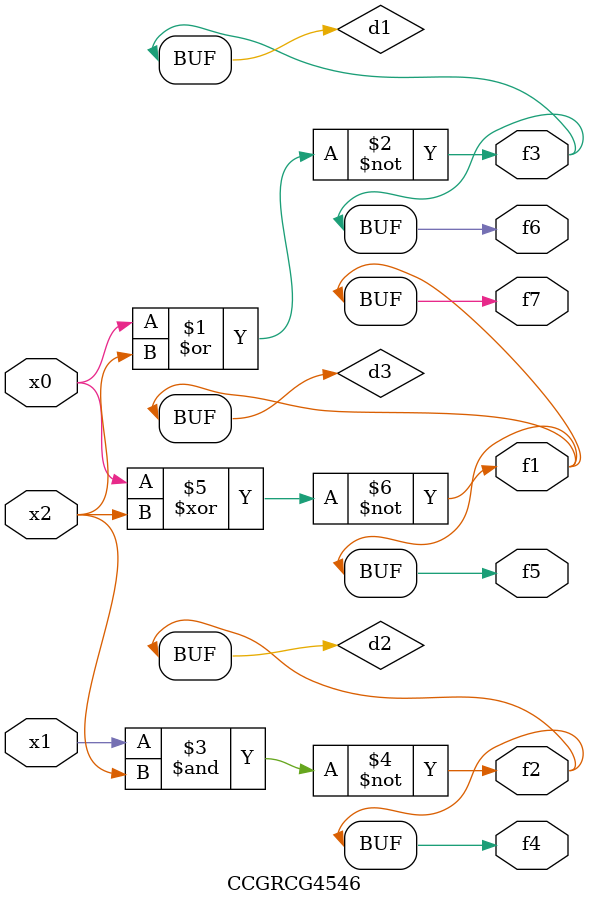
<source format=v>
module CCGRCG4546(
	input x0, x1, x2,
	output f1, f2, f3, f4, f5, f6, f7
);

	wire d1, d2, d3;

	nor (d1, x0, x2);
	nand (d2, x1, x2);
	xnor (d3, x0, x2);
	assign f1 = d3;
	assign f2 = d2;
	assign f3 = d1;
	assign f4 = d2;
	assign f5 = d3;
	assign f6 = d1;
	assign f7 = d3;
endmodule

</source>
